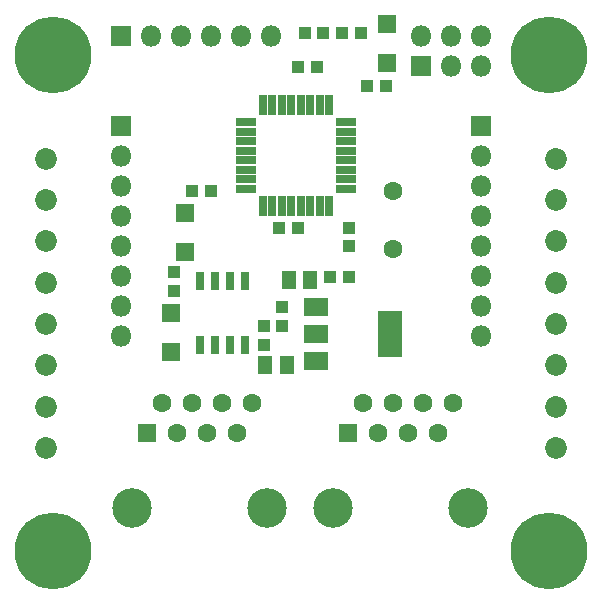
<source format=gts>
G04 #@! TF.GenerationSoftware,KiCad,Pcbnew,5.1.4*
G04 #@! TF.CreationDate,2020-01-09T00:48:13+01:00*
G04 #@! TF.ProjectId,sejf,73656a66-2e6b-4696-9361-645f70636258,rev?*
G04 #@! TF.SameCoordinates,Original*
G04 #@! TF.FileFunction,Soldermask,Top*
G04 #@! TF.FilePolarity,Negative*
%FSLAX46Y46*%
G04 Gerber Fmt 4.6, Leading zero omitted, Abs format (unit mm)*
G04 Created by KiCad (PCBNEW 5.1.4) date 2020-01-09 00:48:13*
%MOMM*%
%LPD*%
G04 APERTURE LIST*
%ADD10O,1.800000X1.800000*%
%ADD11R,1.800000X1.800000*%
%ADD12R,1.050000X1.100000*%
%ADD13C,1.850000*%
%ADD14R,1.100000X1.050000*%
%ADD15C,1.600000*%
%ADD16R,1.600000X1.600000*%
%ADD17C,3.350000*%
%ADD18R,1.250000X1.550000*%
%ADD19R,1.100000X1.000000*%
%ADD20R,2.100000X3.900000*%
%ADD21R,2.100000X1.600000*%
%ADD22C,0.900000*%
%ADD23C,6.500000*%
%ADD24R,1.000000X1.100000*%
%ADD25R,0.650000X1.700000*%
%ADD26R,1.700000X0.650000*%
%ADD27R,0.700000X1.650000*%
G04 APERTURE END LIST*
D10*
X130240000Y-70380000D03*
X130240000Y-72920000D03*
X127700000Y-70380000D03*
X127700000Y-72920000D03*
X125160000Y-70380000D03*
D11*
X125160000Y-72920000D03*
D12*
X115325000Y-70100000D03*
X116925000Y-70100000D03*
D13*
X136600000Y-105250000D03*
X136600000Y-101750000D03*
X136600000Y-98250000D03*
X136600000Y-94750000D03*
X136600000Y-91250000D03*
X136600000Y-87750000D03*
X136600000Y-84250000D03*
X136600000Y-80750000D03*
X93400000Y-105250000D03*
X93400000Y-101750000D03*
X93400000Y-98250000D03*
X93400000Y-94750000D03*
X93400000Y-91250000D03*
X93400000Y-87750000D03*
X93400000Y-84250000D03*
X93400000Y-80750000D03*
D11*
X99760000Y-70380000D03*
D10*
X102300000Y-70380000D03*
X104840000Y-70380000D03*
X107380000Y-70380000D03*
X109920000Y-70380000D03*
X112460000Y-70380000D03*
D12*
X113200000Y-86600000D03*
X114800000Y-86600000D03*
D14*
X111900000Y-94900000D03*
X111900000Y-96500000D03*
D15*
X127890000Y-101460000D03*
X126620000Y-104000000D03*
X125350000Y-101460000D03*
X124080000Y-104000000D03*
X122810000Y-101460000D03*
X121540000Y-104000000D03*
X120270000Y-101460000D03*
D16*
X119000000Y-104000000D03*
D17*
X117730000Y-110350000D03*
X129160000Y-110350000D03*
X112165000Y-110350000D03*
X100735000Y-110350000D03*
D16*
X102005000Y-104000000D03*
D15*
X103275000Y-101460000D03*
X104545000Y-104000000D03*
X105815000Y-101460000D03*
X107085000Y-104000000D03*
X108355000Y-101460000D03*
X109625000Y-104000000D03*
X110895000Y-101460000D03*
D18*
X112000000Y-98200000D03*
X113800000Y-98200000D03*
X114000000Y-91000000D03*
X115800000Y-91000000D03*
D19*
X113400000Y-93300000D03*
X113400000Y-94900000D03*
D20*
X122550000Y-95600000D03*
D21*
X116250000Y-95600000D03*
X116250000Y-97900000D03*
X116250000Y-93300000D03*
D10*
X130240000Y-95780000D03*
X130240000Y-93240000D03*
X130240000Y-90700000D03*
X130240000Y-88160000D03*
X130240000Y-85620000D03*
X130240000Y-83080000D03*
X130240000Y-80540000D03*
D11*
X130240000Y-78000000D03*
X99760000Y-78000000D03*
D10*
X99760000Y-80540000D03*
X99760000Y-83080000D03*
X99760000Y-85620000D03*
X99760000Y-88160000D03*
X99760000Y-90700000D03*
X99760000Y-93240000D03*
X99760000Y-95780000D03*
D22*
X137697056Y-112302944D03*
X136000000Y-111600000D03*
X134302944Y-112302944D03*
X133600000Y-114000000D03*
X134302944Y-115697056D03*
X136000000Y-116400000D03*
X137697056Y-115697056D03*
X138400000Y-114000000D03*
D23*
X136000000Y-114000000D03*
X136000000Y-72000000D03*
D22*
X138400000Y-72000000D03*
X137697056Y-73697056D03*
X136000000Y-74400000D03*
X134302944Y-73697056D03*
X133600000Y-72000000D03*
X134302944Y-70302944D03*
X136000000Y-69600000D03*
X137697056Y-70302944D03*
X95697056Y-112302944D03*
X94000000Y-111600000D03*
X92302944Y-112302944D03*
X91600000Y-114000000D03*
X92302944Y-115697056D03*
X94000000Y-116400000D03*
X95697056Y-115697056D03*
X96400000Y-114000000D03*
D23*
X94000000Y-114000000D03*
X94000000Y-72000000D03*
D22*
X96400000Y-72000000D03*
X95697056Y-73697056D03*
X94000000Y-74400000D03*
X92302944Y-73697056D03*
X91600000Y-72000000D03*
X92302944Y-70302944D03*
X94000000Y-69600000D03*
X95697056Y-70302944D03*
D15*
X122800000Y-88400000D03*
X122800000Y-83520000D03*
D12*
X114800000Y-73000000D03*
X116400000Y-73000000D03*
X117500000Y-90800000D03*
X119100000Y-90800000D03*
D14*
X119100000Y-86600000D03*
X119100000Y-88200000D03*
D24*
X118525000Y-70100000D03*
X120125000Y-70100000D03*
X105800000Y-83500000D03*
X107400000Y-83500000D03*
X122200000Y-74600000D03*
X120600000Y-74600000D03*
D19*
X104300000Y-92000000D03*
X104300000Y-90400000D03*
D25*
X111800000Y-84750000D03*
X112600000Y-84750000D03*
X113400000Y-84750000D03*
X114200000Y-84750000D03*
X115000000Y-84750000D03*
X115800000Y-84750000D03*
X116600000Y-84750000D03*
X117400000Y-84750000D03*
D26*
X118850000Y-83300000D03*
X118850000Y-82500000D03*
X118850000Y-81700000D03*
X118850000Y-80900000D03*
X118850000Y-80100000D03*
X118850000Y-79300000D03*
X118850000Y-78500000D03*
X118850000Y-77700000D03*
D25*
X117400000Y-76250000D03*
X116600000Y-76250000D03*
X115800000Y-76250000D03*
X115000000Y-76250000D03*
X114200000Y-76250000D03*
X113400000Y-76250000D03*
X112600000Y-76250000D03*
X111800000Y-76250000D03*
D26*
X110350000Y-77700000D03*
X110350000Y-78500000D03*
X110350000Y-79300000D03*
X110350000Y-80100000D03*
X110350000Y-80900000D03*
X110350000Y-81700000D03*
X110350000Y-82500000D03*
X110350000Y-83300000D03*
D27*
X110305000Y-91100000D03*
X109035000Y-91100000D03*
X107765000Y-91100000D03*
X106495000Y-91100000D03*
X106495000Y-96500000D03*
X107765000Y-96500000D03*
X109035000Y-96500000D03*
X110305000Y-96500000D03*
D16*
X122275000Y-72625000D03*
X122275000Y-69325000D03*
X104000000Y-93850000D03*
X104000000Y-97150000D03*
X105200000Y-88650000D03*
X105200000Y-85350000D03*
M02*

</source>
